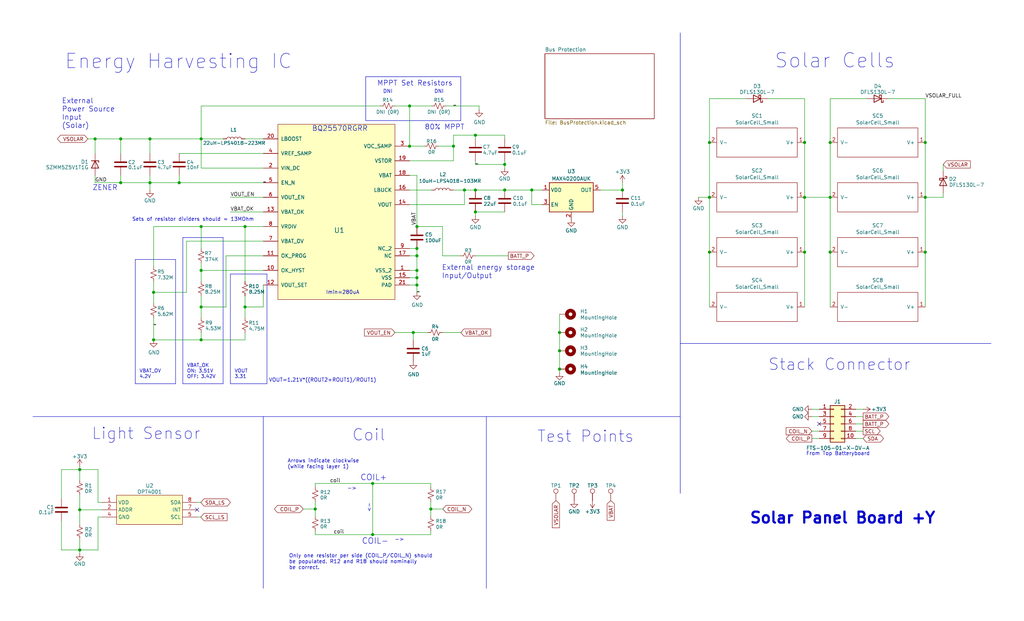
<source format=kicad_sch>
(kicad_sch (version 20230121) (generator eeschema)
  (paper "USLegal")
  (title_block (title "PyCubed Mini") (date "2023-06-18") (rev "Rev B3/03") (company "REx Lab Carnegie Mellon University") (comment 1 "Z.Manchester") (comment 2 "N.Khera") (comment 3 "M.Holliday"))
  (lib_symbols
    (symbol "Analog_Switch:MAX40200AUK"
      (property "Reference" "U" (at -6.35 6.35 0))
      (property "Value" "MAX40200AUK" (at 7.62 6.35 0))
      (symbol "MAX40200AUK_1_1"
        (rectangle (start -7.62 -5.08) (end 7.62 5.08) (stroke (width 0.254)) (fill (type background)))
        (pin power_in line (at -10.16 2.54 0) (length 2.54) (name "VDD") (number "1"))
        (pin power_in line (at 0 -7.62 90) (length 2.54) (name "GND") (number "2"))
        (pin input line (at -10.16 -2.54 0) (length 2.54) (name "EN") (number "3"))
        (pin no_connect line (at 7.62 -2.54 180) (length 2.54) hide (name "NC") (number "4"))
        (pin passive line (at 10.16 2.54 180) (length 2.54) (name "OUT") (number "5"))
      )
    )
    (symbol "Connector:TestPoint" (pin_numbers hide) (pin_names (offset 0.762) hide)
      (property "Reference" "TP" (at 0 6.858 0))
      (property "Value" "TestPoint" (at 0 5.08 0))
      (symbol "TestPoint_0_1"
        (circle (center 0 3.302) (radius 0.762))
      )
      (symbol "TestPoint_1_1"
        (pin passive line (at 0 0 90) (length 2.54) (name "1") (number "1"))
      )
    )
    (symbol "Connector_Generic:Conn_02x05_Odd_Even" (pin_names (offset 1.016) hide)
      (property "Reference" "J" (at 1.27 7.62 0))
      (property "Value" "Conn_02x05_Odd_Even" (at 1.27 -7.62 0))
      (symbol "Conn_02x05_Odd_Even_1_1"
        (rectangle (start -1.27 -4.953) (end 0 -5.207) (stroke (width 0.1524)))
        (rectangle (start -1.27 -2.413) (end 0 -2.667) (stroke (width 0.1524)))
        (rectangle (start -1.27 0.127) (end 0 -0.127) (stroke (width 0.1524)))
        (rectangle (start -1.27 2.667) (end 0 2.413) (stroke (width 0.1524)))
        (rectangle (start -1.27 5.207) (end 0 4.953) (stroke (width 0.1524)))
        (rectangle (start -1.27 6.35) (end 3.81 -6.35) (stroke (width 0.254)) (fill (type background)))
        (rectangle (start 3.81 -4.953) (end 2.54 -5.207) (stroke (width 0.1524)))
        (rectangle (start 3.81 -2.413) (end 2.54 -2.667) (stroke (width 0.1524)))
        (rectangle (start 3.81 0.127) (end 2.54 -0.127) (stroke (width 0.1524)))
        (rectangle (start 3.81 2.667) (end 2.54 2.413) (stroke (width 0.1524)))
        (rectangle (start 3.81 5.207) (end 2.54 4.953) (stroke (width 0.1524)))
        (pin passive line (at -5.08 5.08 0) (length 3.81) (name "Pin_1") (number "1"))
        (pin passive line (at 7.62 -5.08 180) (length 3.81) (name "Pin_10") (number "10"))
        (pin passive line (at 7.62 5.08 180) (length 3.81) (name "Pin_2") (number "2"))
        (pin passive line (at -5.08 2.54 0) (length 3.81) (name "Pin_3") (number "3"))
        (pin passive line (at 7.62 2.54 180) (length 3.81) (name "Pin_4") (number "4"))
        (pin passive line (at -5.08 0 0) (length 3.81) (name "Pin_5") (number "5"))
        (pin passive line (at 7.62 0 180) (length 3.81) (name "Pin_6") (number "6"))
        (pin passive line (at -5.08 -2.54 0) (length 3.81) (name "Pin_7") (number "7"))
        (pin passive line (at 7.62 -2.54 180) (length 3.81) (name "Pin_8") (number "8"))
        (pin passive line (at -5.08 -5.08 0) (length 3.81) (name "Pin_9") (number "9"))
      )
    )
    (symbol "Device:C" (pin_numbers hide) (pin_names (offset 0.254))
      (property "Reference" "C" (at 0.635 2.54 0))
      (property "Value" "C" (at 0.635 -2.54 0))
      (symbol "C_0_1"
        (polyline (pts (xy -2.032 -0.762) (xy 2.032 -0.762)) (stroke (width 0.508)))
        (polyline (pts (xy -2.032 0.762) (xy 2.032 0.762)) (stroke (width 0.508)))
      )
      (symbol "C_1_1"
        (pin passive line (at 0 3.81 270) (length 2.794) (name "~") (number "1"))
        (pin passive line (at 0 -3.81 90) (length 2.794) (name "~") (number "2"))
      )
    )
    (symbol "Device:D_Schottky" (pin_numbers hide) (pin_names (offset 1.016) hide)
      (property "Reference" "D" (at 0 2.54 0))
      (property "Value" "D_Schottky" (at 0 -2.54 0))
      (symbol "D_Schottky_0_1"
        (polyline (pts (xy 1.27 0) (xy -1.27 0)))
        (polyline (pts (xy 1.27 1.27) (xy 1.27 -1.27) (xy -1.27 0) (xy 1.27 1.27)) (stroke (width 0.254)))
        (polyline (pts (xy -1.905 0.635) (xy -1.905 1.27) (xy -1.27 1.27) (xy -1.27 -1.27) (xy -0.635 -1.27) (xy -0.635 -0.635)) (stroke (width 0.254)))
      )
      (symbol "D_Schottky_1_1"
        (pin passive line (at -3.81 0 0) (length 2.54) (name "K") (number "1"))
        (pin passive line (at 3.81 0 180) (length 2.54) (name "A") (number "2"))
      )
    )
    (symbol "Device:L" (pin_numbers hide) (pin_names (offset 1.016) hide)
      (property "Reference" "L" (at -1.27 0 90))
      (property "Value" "L" (at 1.905 0 90))
      (symbol "L_0_1"
        (arc (start 0 -2.54) (mid 0.6323 -1.905) (end 0 -1.27))
        (arc (start 0 -1.27) (mid 0.6323 -0.635) (end 0 0))
        (arc (start 0 0) (mid 0.6323 0.635) (end 0 1.27))
        (arc (start 0 1.27) (mid 0.6323 1.905) (end 0 2.54))
      )
      (symbol "L_1_1"
        (pin passive line (at 0 3.81 270) (length 1.27) (name "1") (number "1"))
        (pin passive line (at 0 -3.81 90) (length 1.27) (name "2") (number "2"))
      )
    )
    (symbol "Device:R_Small_US" (pin_numbers hide) (pin_names (offset 0.254) hide)
      (property "Reference" "R" (at 0.762 0.508 0))
      (property "Value" "R_Small_US" (at 0.762 -1.016 0))
      (symbol "R_Small_US_1_1"
        (polyline (pts (xy 0 0) (xy 1.016 -0.381) (xy 0 -0.762) (xy -1.016 -1.143) (xy 0 -1.524)))
        (polyline (pts (xy 0 1.524) (xy 1.016 1.143) (xy 0 0.762) (xy -1.016 0.381) (xy 0 0)))
        (pin passive line (at 0 2.54 270) (length 1.016) (name "~") (number "1"))
        (pin passive line (at 0 -2.54 90) (length 1.016) (name "~") (number "2"))
      )
    )
    (symbol "Diode:Z1SMAxxx" (pin_numbers hide) (pin_names hide)
      (property "Reference" "D" (at 0 2.54 0))
      (property "Value" "Z1SMAxxx" (at 0 -2.54 0))
      (symbol "Z1SMAxxx_0_1"
        (polyline (pts (xy 1.27 0) (xy -1.27 0)))
        (polyline (pts (xy -1.27 -1.27) (xy -1.27 1.27) (xy -0.762 1.27)) (stroke (width 0.254)))
        (polyline (pts (xy 1.27 -1.27) (xy 1.27 1.27) (xy -1.27 0) (xy 1.27 -1.27)) (stroke (width 0.254)))
      )
      (symbol "Z1SMAxxx_1_1"
        (pin passive line (at -3.81 0 0) (length 2.54) (name "K") (number "1"))
        (pin passive line (at 3.81 0 180) (length 2.54) (name "A") (number "2"))
      )
    )
    (symbol "Mechanical:MountingHole_Pad" (pin_numbers hide) (pin_names (offset 1.016) hide)
      (property "Reference" "H" (at 0 6.35 0))
      (property "Value" "MountingHole_Pad" (at 0 4.445 0))
      (symbol "MountingHole_Pad_0_1"
        (circle (center 0 1.27) (radius 1.27) (stroke (width 1.27)))
      )
      (symbol "MountingHole_Pad_1_1"
        (pin input line (at 0 -2.54 90) (length 2.54) (name "1") (number "1"))
      )
    )
    (symbol "power:+3V3" (power) (pin_names (offset 0))
      (property "Value" "+3V3" (at 0 3.556 0))
      (symbol "+3V3_0_1"
        (polyline (pts (xy -0.762 1.27) (xy 0 2.54)))
        (polyline (pts (xy 0 0) (xy 0 2.54)))
        (polyline (pts (xy 0 2.54) (xy 0.762 1.27)))
      )
      (symbol "+3V3_1_1"
        (pin power_in line (at 0 0 90) (length 0) hide (name "+3V3") (number "1"))
      )
    )
    (symbol "power:GND" (power) (pin_names (offset 0))
      (property "Value" "GND" (at 0 -3.81 0))
      (symbol "GND_0_1"
        (polyline (pts (xy 0 0) (xy 0 -1.27) (xy 1.27 -1.27) (xy 0 -2.54) (xy -1.27 -1.27) (xy 0 -1.27)))
      )
      (symbol "GND_1_1"
        (pin power_in line (at 0 0 270) (length 0) hide (name "GND") (number "1"))
      )
    )
    (symbol "solarpanels:BQ25570RGRR" (pin_names (offset 1.016))
      (property "Reference" "U" (at 0 3.81 0))
      (property "Value" "BQ25570RGRR" (at 0 0 0))
      (symbol "BQ25570RGRR_0_1"
        (rectangle (start -20.32 30.48) (end 20.32 -30.48) (fill (type background)))
      )
      (symbol "BQ25570RGRR_1_0"
        (pin power_in line (at 25.4 -20.32 180) (length 5.08) (name "VSS_2") (number "1"))
        (pin input line (at -25.4 -20.32 0) (length 5.08) (name "OK_HYST") (number "10"))
        (pin input line (at -25.4 -15.24 0) (length 5.08) (name "OK_PROG") (number "11"))
        (pin input line (at -25.4 -25.4 0) (length 5.08) (name "VOUT_SET") (number "12"))
        (pin output line (at -25.4 0 0) (length 5.08) (name "VBAT_OK") (number "13"))
        (pin power_in line (at 25.4 2.54 180) (length 5.08) (name "VOUT") (number "14"))
        (pin power_in line (at 25.4 -22.86 180) (length 5.08) (name "VSS") (number "15"))
        (pin passive line (at 25.4 7.62 180) (length 5.08) (name "LBUCK") (number "16"))
        (pin passive line (at 25.4 -15.24 180) (length 5.08) (name "NC") (number "17"))
        (pin bidirectional line (at 25.4 12.7 180) (length 5.08) (name "VBAT") (number "18"))
        (pin power_in line (at 25.4 17.78 180) (length 5.08) (name "VSTOR") (number "19"))
        (pin power_in line (at -25.4 15.24 0) (length 5.08) (name "VIN_DC") (number "2"))
        (pin input line (at -25.4 25.4 0) (length 5.08) (name "LBOOST") (number "20"))
        (pin power_in line (at 25.4 -25.4 180) (length 5.08) (name "PAD") (number "21"))
        (pin input line (at 25.4 22.86 180) (length 5.08) (name "VOC_SAMP") (number "3"))
        (pin input line (at -25.4 20.32 0) (length 5.08) (name "VREF_SAMP") (number "4"))
        (pin input line (at -25.4 10.16 0) (length 5.08) (name "EN_N") (number "5"))
        (pin input line (at -25.4 5.08 0) (length 5.08) (name "VOUT_EN") (number "6"))
        (pin input line (at -25.4 -10.16 0) (length 5.08) (name "VBAT_OV") (number "7"))
        (pin output line (at -25.4 -5.08 0) (length 5.08) (name "VRDIV") (number "8"))
        (pin power_in line (at 25.4 -12.7 180) (length 5.08) (name "NC_2") (number "9"))
      )
    )
    (symbol "solarpanels:OPT4001"
      (property "Reference" "U" (at 0 8.255 0))
      (property "Value" "OPT4001" (at 0 6.223 0))
      (symbol "OPT4001_0_0"
        (pin unspecified line (at -16.51 2.54 0) (length 5.08) (name "VDD") (number "1"))
        (pin unspecified line (at -16.51 0 0) (length 5.08) (name "ADDR") (number "2"))
      )
      (symbol "OPT4001_0_1"
        (polyline (pts (xy -11.43 5.08) (xy 11.43 5.08) (xy 11.43 -5.08) (xy -11.43 -5.08) (xy -11.43 5.08)) (stroke (width 0.1524)) (fill (type background)))
      )
      (symbol "OPT4001_1_0"
        (pin no_connect line (at 0 -10.16 90) (length 5.08) hide (name "NC") (number "3"))
        (pin unspecified line (at -16.51 -2.54 0) (length 5.08) (name "GND") (number "4"))
        (pin unspecified line (at 16.51 -2.54 180) (length 5.08) (name "SCL") (number "5"))
        (pin no_connect line (at 0 -10.16 90) (length 5.08) hide (name "NC") (number "6"))
        (pin unspecified line (at 16.51 0 180) (length 5.08) (name "INT") (number "7"))
        (pin unspecified line (at 16.51 2.54 180) (length 5.08) (name "SDA") (number "8"))
      )
    )
    (symbol "solarpanels:SolarCell_Small" (pin_names (offset 1.016))
      (property "Reference" "SC" (at 0 -1.27 0))
      (property "Value" "SolarCell_Small" (at 0 1.27 0))
      (symbol "SolarCell_Small_0_1"
        (rectangle (start -13.97 -5.08) (end 13.97 5.08))
      )
      (symbol "SolarCell_Small_1_1"
        (pin bidirectional line (at -16.51 0 0) (length 2.54) (name "V+") (number "1"))
        (pin bidirectional line (at 16.51 0 180) (length 2.54) (name "V-") (number "2"))
      )
    )
  )
  (junction (at 246.38 87.63))
  (junction (at 144.78 78.74))
  (junction (at 69.85 78.74))
  (junction (at 144.78 88.9))
  (junction (at 52.07 48.26))
  (junction (at 41.91 63.5))
  (junction (at 85.09 106.68))
  (junction (at 144.78 86.36))
  (junction (at 69.85 118.11))
  (junction (at 246.38 49.53))
  (junction (at 165.1 66.04))
  (junction (at 27.686 163.195))
  (junction (at 184.658 66.04))
  (junction (at 175.26 66.04))
  (junction (at 321.31 68.58))
  (junction (at 69.85 48.26))
  (junction (at 41.91 48.26))
  (junction (at 157.48 50.8))
  (junction (at 194.31 128.27))
  (junction (at 165.1 46.99))
  (junction (at 62.23 63.5))
  (junction (at 52.07 63.5))
  (junction (at 129.413 168.021))
  (junction (at 143.51 115.57))
  (junction (at 194.31 115.57))
  (junction (at 144.78 96.52))
  (junction (at 321.31 49.53))
  (junction (at 194.31 121.92))
  (junction (at 27.686 191.135))
  (junction (at 69.85 106.68))
  (junction (at 288.29 87.63))
  (junction (at 149.606 176.911))
  (junction (at 142.24 50.8))
  (junction (at 109.474 176.911))
  (junction (at 288.29 68.58))
  (junction (at 144.78 93.98))
  (junction (at 53.34 118.11))
  (junction (at 161.29 66.04))
  (junction (at 175.26 57.15))
  (junction (at 246.38 68.58))
  (junction (at 165.1 73.66))
  (junction (at 279.4 87.63))
  (junction (at 279.4 68.58))
  (junction (at 142.24 36.83))
  (junction (at 144.78 99.06))
  (junction (at 321.31 87.63))
  (junction (at 288.29 49.53))
  (junction (at 279.4 49.53))
  (junction (at 27.686 177.165))
  (junction (at 53.34 101.6))
  (junction (at 33.02 48.26))
  (junction (at 129.413 185.801))
  (junction (at 85.09 78.74))
  (junction (at 69.85 93.98))
  (junction (at 216.154 66.04))
  (no_connect (at 284.48 147.32))
  (no_connect (at 68.453 177.165))
  (wire (pts (xy 321.31 87.63) (xy 321.31 106.68)))
  (wire (pts (xy 281.94 152.4) (xy 284.48 152.4)))
  (wire (pts (xy 143.51 115.57) (xy 143.51 118.11)))
  (polyline (pts (xy 127 26.67) (xy 160.02 26.67)))
  (wire (pts (xy 149.606 184.531) (xy 149.606 185.801)))
  (wire (pts (xy 216.154 63.5) (xy 216.154 66.04)))
  (wire (pts (xy 41.91 48.26) (xy 52.07 48.26)))
  (wire (pts (xy 157.48 46.99) (xy 157.48 50.8)))
  (wire (pts (xy 188.214 71.12) (xy 184.658 71.12)))
  (wire (pts (xy 142.24 99.06) (xy 144.78 99.06)))
  (polyline (pts (xy 160.02 26.67) (xy 160.02 41.91)))
  (wire (pts (xy 80.01 68.58) (xy 91.44 68.58)))
  (wire (pts (xy 144.78 88.9) (xy 144.78 86.36)))
  (wire (pts (xy 299.72 144.78) (xy 297.18 144.78)))
  (wire (pts (xy 69.85 58.42) (xy 91.44 58.42)))
  (wire (pts (xy 41.91 48.26) (xy 41.91 53.34)))
  (wire (pts (xy 69.85 36.83) (xy 132.08 36.83)))
  (wire (pts (xy 53.34 110.49) (xy 53.34 118.11)))
  (polyline (pts (xy 236.22 11.43) (xy 236.22 171.45)))
  (wire (pts (xy 157.48 50.8) (xy 157.48 55.88)))
  (polyline (pts (xy 77.47 82.55) (xy 77.47 133.35)))
  (wire (pts (xy 161.29 71.12) (xy 161.29 66.04)))
  (polyline (pts (xy 92.71 133.35) (xy 80.01 133.35)))
  (wire (pts (xy 34.036 191.135) (xy 27.686 191.135)))
  (wire (pts (xy 27.686 163.195) (xy 21.336 163.195)))
  (wire (pts (xy 246.38 68.58) (xy 246.38 87.63)))
  (wire (pts (xy 64.77 83.82) (xy 91.44 83.82)))
  (wire (pts (xy 27.686 192.278) (xy 27.686 191.135)))
  (wire (pts (xy 91.44 53.34) (xy 62.23 53.34)))
  (wire (pts (xy 184.658 66.04) (xy 188.214 66.04)))
  (wire (pts (xy 153.67 78.74) (xy 144.78 78.74)))
  (wire (pts (xy 62.23 60.96) (xy 62.23 63.5)))
  (wire (pts (xy 157.48 46.99) (xy 165.1 46.99)))
  (wire (pts (xy 68.453 179.705) (xy 69.723 179.705)))
  (wire (pts (xy 109.474 168.021) (xy 129.413 168.021)))
  (wire (pts (xy 288.29 106.68) (xy 288.29 87.63)))
  (wire (pts (xy 91.44 106.68) (xy 91.44 99.06)))
  (wire (pts (xy 281.94 142.24) (xy 284.48 142.24)))
  (polyline (pts (xy 80.01 133.35) (xy 80.01 95.25)))
  (polyline (pts (xy 60.96 90.17) (xy 60.96 133.35)))
  (wire (pts (xy 299.72 149.86) (xy 297.18 149.86)))
  (wire (pts (xy 69.85 91.44) (xy 69.85 93.98)))
  (wire (pts (xy 142.24 88.9) (xy 144.78 88.9)))
  (wire (pts (xy 27.686 177.165) (xy 27.686 182.245)))
  (wire (pts (xy 64.77 101.6) (xy 64.77 83.82)))
  (wire (pts (xy 34.036 174.625) (xy 35.433 174.625)))
  (wire (pts (xy 69.85 78.74) (xy 69.85 86.36)))
  (polyline (pts (xy 46.99 90.17) (xy 60.96 90.17)))
  (wire (pts (xy 69.85 93.98) (xy 69.85 97.79)))
  (wire (pts (xy 69.85 48.26) (xy 69.85 58.42)))
  (polyline (pts (xy 168.91 144.78) (xy 168.91 204.47)))
  (wire (pts (xy 175.26 66.04) (xy 184.658 66.04)))
  (wire (pts (xy 109.474 174.371) (xy 109.474 176.911)))
  (wire (pts (xy 194.31 121.92) (xy 194.31 128.27)))
  (wire (pts (xy 144.78 96.52) (xy 144.78 93.98)))
  (wire (pts (xy 149.606 174.371) (xy 149.606 176.911)))
  (wire (pts (xy 321.31 49.53) (xy 321.31 68.58)))
  (wire (pts (xy 34.036 163.195) (xy 34.036 174.625)))
  (wire (pts (xy 142.24 71.12) (xy 161.29 71.12)))
  (wire (pts (xy 279.4 34.29) (xy 279.4 49.53)))
  (wire (pts (xy 85.09 48.26) (xy 91.44 48.26)))
  (wire (pts (xy 142.24 50.8) (xy 142.24 36.83)))
  (wire (pts (xy 281.94 149.86) (xy 284.48 149.86)))
  (wire (pts (xy 321.31 68.58) (xy 327.533 68.58)))
  (wire (pts (xy 62.23 63.5) (xy 91.44 63.5)))
  (wire (pts (xy 69.85 118.11) (xy 85.09 118.11)))
  (wire (pts (xy 53.34 101.6) (xy 64.77 101.6)))
  (wire (pts (xy 165.1 73.66) (xy 175.26 73.66)))
  (wire (pts (xy 21.336 191.135) (xy 27.686 191.135)))
  (wire (pts (xy 69.85 106.68) (xy 69.85 110.49)))
  (wire (pts (xy 165.1 55.88) (xy 165.1 57.15)))
  (wire (pts (xy 129.413 168.021) (xy 129.413 185.801)))
  (wire (pts (xy 91.44 78.74) (xy 85.09 78.74)))
  (wire (pts (xy 153.67 115.57) (xy 160.02 115.57)))
  (wire (pts (xy 327.533 57.15) (xy 327.533 59.436)))
  (wire (pts (xy 165.1 88.9) (xy 176.53 88.9)))
  (wire (pts (xy 288.29 68.58) (xy 288.29 49.53)))
  (wire (pts (xy 157.48 66.04) (xy 161.29 66.04)))
  (polyline (pts (xy 160.02 41.91) (xy 127 41.91)))
  (wire (pts (xy 144.78 93.98) (xy 144.78 88.9)))
  (wire (pts (xy 27.686 187.325) (xy 27.686 191.135)))
  (wire (pts (xy 34.036 163.195) (xy 27.686 163.195)))
  (wire (pts (xy 21.336 163.195) (xy 21.336 173.355)))
  (wire (pts (xy 142.24 50.8) (xy 147.32 50.8)))
  (wire (pts (xy 288.29 34.29) (xy 288.29 49.53)))
  (wire (pts (xy 144.78 60.96) (xy 142.24 60.96)))
  (wire (pts (xy 69.85 48.26) (xy 77.47 48.26)))
  (wire (pts (xy 246.38 49.53) (xy 246.38 68.58)))
  (wire (pts (xy 33.02 60.96) (xy 33.02 63.5)))
  (wire (pts (xy 165.1 46.99) (xy 175.26 46.99)))
  (wire (pts (xy 321.31 34.29) (xy 321.31 49.53)))
  (wire (pts (xy 33.02 48.26) (xy 33.02 53.34)))
  (wire (pts (xy 30.48 48.26) (xy 33.02 48.26)))
  (polyline (pts (xy 92.71 95.25) (xy 92.71 133.35)))
  (wire (pts (xy 161.29 66.04) (xy 165.1 66.04)))
  (wire (pts (xy 165.1 57.15) (xy 175.26 57.15)))
  (wire (pts (xy 68.453 174.625) (xy 69.723 174.625)))
  (wire (pts (xy 41.91 60.96) (xy 41.91 63.5)))
  (wire (pts (xy 166.37 36.83) (xy 166.37 38.1)))
  (wire (pts (xy 153.67 88.9) (xy 160.02 88.9)))
  (wire (pts (xy 175.26 55.88) (xy 175.26 57.15)))
  (wire (pts (xy 300.99 34.29) (xy 288.29 34.29)))
  (wire (pts (xy 69.85 106.68) (xy 78.486 106.68)))
  (wire (pts (xy 154.94 36.83) (xy 166.37 36.83)))
  (wire (pts (xy 246.38 68.58) (xy 242.57 68.58)))
  (wire (pts (xy 194.31 129.54) (xy 194.31 128.27)))
  (wire (pts (xy 259.08 34.29) (xy 246.38 34.29)))
  (wire (pts (xy 321.31 68.58) (xy 321.31 87.63)))
  (wire (pts (xy 52.07 63.5) (xy 52.07 66.04)))
  (wire (pts (xy 34.036 179.705) (xy 35.433 179.705)))
  (wire (pts (xy 78.486 106.68) (xy 78.486 88.9)))
  (wire (pts (xy 69.85 102.87) (xy 69.85 106.68)))
  (wire (pts (xy 279.4 87.63) (xy 279.4 106.68)))
  (wire (pts (xy 129.413 168.021) (xy 149.606 168.021)))
  (polyline (pts (xy 63.5 133.35) (xy 63.5 82.55)))
  (wire (pts (xy 297.18 142.24) (xy 299.72 142.24)))
  (wire (pts (xy 80.01 73.66) (xy 91.44 73.66)))
  (wire (pts (xy 149.606 168.021) (xy 149.606 169.291)))
  (wire (pts (xy 85.09 106.68) (xy 91.44 106.68)))
  (wire (pts (xy 142.24 66.04) (xy 149.86 66.04)))
  (wire (pts (xy 175.26 48.26) (xy 175.26 46.99)))
  (wire (pts (xy 34.036 179.705) (xy 34.036 191.135)))
  (wire (pts (xy 137.16 115.57) (xy 143.51 115.57)))
  (polyline (pts (xy 46.99 133.35) (xy 46.99 90.17)))
  (wire (pts (xy 246.38 87.63) (xy 246.38 106.68)))
  (wire (pts (xy 142.24 96.52) (xy 144.78 96.52)))
  (wire (pts (xy 153.67 88.9) (xy 153.67 78.74)))
  (wire (pts (xy 142.24 36.83) (xy 149.86 36.83)))
  (wire (pts (xy 157.48 55.88) (xy 142.24 55.88)))
  (wire (pts (xy 27.686 177.165) (xy 35.433 177.165)))
  (wire (pts (xy 152.4 50.8) (xy 157.48 50.8)))
  (wire (pts (xy 137.16 36.83) (xy 142.24 36.83)))
  (wire (pts (xy 109.474 168.021) (xy 109.474 169.291)))
  (wire (pts (xy 85.09 115.57) (xy 85.09 118.11)))
  (polyline (pts (xy 236.22 119.38) (xy 344.17 119.38)))
  (wire (pts (xy 194.31 109.22) (xy 194.31 115.57)))
  (wire (pts (xy 33.02 63.5) (xy 41.91 63.5)))
  (wire (pts (xy 109.474 184.531) (xy 109.474 185.801)))
  (wire (pts (xy 143.51 115.57) (xy 148.59 115.57)))
  (wire (pts (xy 142.24 93.98) (xy 144.78 93.98)))
  (wire (pts (xy 266.7 34.29) (xy 279.4 34.29)))
  (wire (pts (xy 246.38 34.29) (xy 246.38 49.53)))
  (wire (pts (xy 175.26 58.42) (xy 175.26 57.15)))
  (wire (pts (xy 52.07 53.34) (xy 52.07 48.26)))
  (wire (pts (xy 216.154 73.66) (xy 216.154 75.057)))
  (polyline (pts (xy 91.44 144.78) (xy 91.44 204.47)))
  (wire (pts (xy 53.34 101.6) (xy 53.34 105.41)))
  (wire (pts (xy 27.686 163.195) (xy 27.686 162.179)))
  (polyline (pts (xy 63.5 82.55) (xy 77.47 82.55)))
  (wire (pts (xy 129.413 185.801) (xy 149.606 185.801)))
  (wire (pts (xy 69.85 78.74) (xy 53.34 78.74)))
  (wire (pts (xy 52.07 60.96) (xy 52.07 63.5)))
  (wire (pts (xy 288.29 68.58) (xy 279.4 68.58)))
  (wire (pts (xy 299.72 147.32) (xy 297.18 147.32)))
  (wire (pts (xy 165.1 73.66) (xy 165.1 75.057)))
  (wire (pts (xy 53.34 78.74) (xy 53.34 92.71)))
  (wire (pts (xy 194.31 115.57) (xy 194.31 121.92)))
  (wire (pts (xy 144.78 99.06) (xy 144.78 96.52)))
  (wire (pts (xy 144.78 78.74) (xy 144.78 60.96)))
  (wire (pts (xy 149.606 176.911) (xy 149.606 179.451)))
  (wire (pts (xy 53.34 97.79) (xy 53.34 101.6)))
  (wire (pts (xy 85.09 106.68) (xy 85.09 110.49)))
  (wire (pts (xy 85.09 78.74) (xy 85.09 97.79)))
  (wire (pts (xy 78.486 88.9) (xy 91.44 88.9)))
  (wire (pts (xy 165.1 48.26) (xy 165.1 46.99)))
  (wire (pts (xy 299.72 152.4) (xy 297.18 152.4)))
  (wire (pts (xy 41.91 63.5) (xy 52.07 63.5)))
  (wire (pts (xy 109.474 176.911) (xy 109.474 179.451)))
  (wire (pts (xy 27.686 172.085) (xy 27.686 177.165)))
  (wire (pts (xy 208.534 66.04) (xy 216.154 66.04)))
  (polyline (pts (xy 77.47 133.35) (xy 63.5 133.35)))
  (wire (pts (xy 279.4 68.58) (xy 279.4 87.63)))
  (wire (pts (xy 144.78 101.6) (xy 144.78 99.06)))
  (wire (pts (xy 21.336 180.975) (xy 21.336 191.135)))
  (wire (pts (xy 85.09 78.74) (xy 69.85 78.74)))
  (wire (pts (xy 308.61 34.29) (xy 321.31 34.29)))
  (wire (pts (xy 33.02 48.26) (xy 41.91 48.26)))
  (wire (pts (xy 165.1 66.04) (xy 175.26 66.04)))
  (wire (pts (xy 184.658 66.04) (xy 184.658 71.12)))
  (wire (pts (xy 279.4 49.53) (xy 279.4 68.58)))
  (polyline (pts (xy 127 41.91) (xy 127 26.67)))
  (wire (pts (xy 69.85 36.83) (xy 69.85 48.26)))
  (wire (pts (xy 85.09 102.87) (xy 85.09 106.68)))
  (wire (pts (xy 109.474 185.801) (xy 129.413 185.801)))
  (wire (pts (xy 149.606 176.911) (xy 153.797 176.911)))
  (wire (pts (xy 288.29 87.63) (xy 288.29 68.58)))
  (wire (pts (xy 327.533 68.58) (xy 327.533 67.056)))
  (wire (pts (xy 69.85 115.57) (xy 69.85 118.11)))
  (wire (pts (xy 53.34 118.11) (xy 69.85 118.11)))
  (wire (pts (xy 144.78 86.36) (xy 142.24 86.36)))
  (polyline (pts (xy 11.43 144.78) (xy 236.22 144.78)))
  (polyline (pts (xy 80.01 95.25) (xy 92.71 95.25)))
  (wire (pts (xy 52.07 48.26) (xy 69.85 48.26)))
  (wire (pts (xy 105.283 176.911) (xy 109.474 176.911)))
  (wire (pts (xy 281.94 144.78) (xy 284.48 144.78)))
  (polyline (pts (xy 60.96 133.35) (xy 46.99 133.35)))
  (wire (pts (xy 69.85 93.98) (xy 91.44 93.98)))
  (wire (pts (xy 52.07 63.5) (xy 62.23 63.5)))
  (wire (pts (xy 27.686 163.195) (xy 27.686 167.005)))
  (text "VBAT_OK\nON: 3.51V\nOFF: 3.42V" (at 64.897 131.699 0) (effects (font (size 1.2 1.2)) (justify left bottom)))
  (text "Only one resistor per side (COIL_P/COIL_N) should \nbe populated. R12 and R18 should nominally \nbe correct." (at 100.33 198.12 0) (effects (font (size 1.27 1.27)) (justify left bottom)))
  (text "COIL-\n" (at 125.603 189.357 0) (effects (font (size 2.0066 2.0066)) (justify left bottom)))
  (text "->" (at 120.523 170.561 0) (effects (font (size 1.27 1.27)) (justify left bottom)))
  (text "Coil" (at 122.174 153.67 0) (effects (font (size 3.9878 3.9878)) (justify left bottom)))
  (text "Stack Connector" (at 266.7 129.159 0) (effects (font (size 3.9878 3.9878)) (justify left bottom)))
  (text "Light Sensor\n" (at 31.75 153.162 0) (effects (font (size 3.9878 3.9878)) (justify left bottom)))
  (text "From Top Batteryboard" (at 279.908 158.496 0) (effects (font (size 1.27 1.27)) (justify left bottom)))
  (text "80% MPPT " (at 147.447 45.339 0) (effects (font (size 1.778 1.778)) (justify left bottom)))
  (text "VOUT=1.21V*((ROUT2+ROUT1)/ROUT1)" (at 93.345 132.969 0) (effects (font (size 1.27 1.27)) (justify left bottom)))
  (text "<-" (at 128.905 178.181 90) (effects (font (size 1.27 1.27)) (justify left bottom)))
  (text "MPPT Set Resistors " (at 130.937 30.099 0) (effects (font (size 1.778 1.778)) (justify left bottom)))
  (text "Imin=280uA" (at 113.157 102.489 0) (effects (font (size 1.27 1.27)) (justify left bottom)))
  (text "External\nPower Source\nInput\n(Solar)" (at 21.463 44.831 0) (effects (font (size 1.778 1.778)) (justify left bottom)))
  (text "BQ25570RGRR" (at 108.331 45.847 0) (effects (font (size 1.778 1.778)) (justify left bottom)))
  (text "Test Points" (at 186.436 154.178 0) (effects (font (size 3.9878 3.9878)) (justify left bottom)))
  (text "Energy Harvesting IC" (at 22.352 24.384 0) (effects (font (size 5 5)) (justify left bottom)))
  (text "->" (at 137.033 188.341 0) (effects (font (size 1.27 1.27)) (justify left bottom)))
  (text "Arrows indicate clockwise\n(while facing layer 1)" (at 99.822 163.068 0) (effects (font (size 1.27 1.27)) (justify left bottom)))
  (text "Solar Panel Board +Y" (at 260.096 182.372 0) (effects (font (size 3.81 3.81) (thickness 0.762) bold) (justify left bottom)))
  (text "DNI" (at 150.749 32.639 0) (effects (font (size 1.27 1.27)) (justify left bottom)))
  (text "DNI" (at 132.969 32.639 0) (effects (font (size 1.27 1.27)) (justify left bottom)))
  (text "VBAT_OV\n4.2V" (at 48.387 131.699 0) (effects (font (size 1.2 1.2)) (justify left bottom)))
  (text "External energy storage\nInput/Output" (at 153.416 97.028 0) (effects (font (size 1.778 1.778)) (justify left bottom)))
  (text "COIL+\n" (at 125.095 167.259 0) (effects (font (size 2.0066 2.0066)) (justify left bottom)))
  (text "VOUT\n3.31" (at 81.407 131.699 0) (effects (font (size 1.2 1.2)) (justify left bottom)))
  (text "ZENER" (at 32.131 66.421 0) (effects (font (size 1.778 1.778)) (justify left bottom)))
  (text "Sets of resistor dividers should = 13MOhm" (at 45.847 77.089 0) (effects (font (size 1.27 1.27)) (justify left bottom)))
  (text "Solar Cells" (at 268.859 24.13 0) (effects (font (size 5 5)) (justify left bottom)))
  (label "GND" (at 33.02 63.5 0))
  (label "GND" (at 165.1 57.15 0) (effects (font (size 0.254 0.254))))
  (label "VBAT" (at 144.78 73.66 270))
  (label "VSOLAR_FULL" (at 321.31 34.29 0))
  (label "VOUT_EN" (at 80.01 68.58 0))
  (label "GND" (at 157.48 36.83 0) (effects (font (size 0.254 0.254))))
  (label "coil" (at 115.824 185.801 0))
  (label "GND" (at 53.34 113.03 0) (effects (font (size 0.254 0.254))))
  (label "GND" (at 91.44 63.5 0) (effects (font (size 0.254 0.254))))
  (label "GND" (at 144.78 101.6 0) (effects (font (size 0.254 0.254))))
  (label "coil" (at 114.554 168.021 0))
  (label "VBAT_OK" (at 80.01 73.66 0))
  (global_label "SCL_LS" (shape input) (at 69.723 179.705 0) (property "Intersheetrefs" "${INTERSHEET_REFS}" (effects hide)))
  (global_label "BATT_P" (shape output) (at 299.72 144.78 0) (property "Intersheetrefs" "${INTERSHEET_REFS}" (effects hide)))
  (global_label "COIL_P" (shape output) (at 281.94 152.4 180) (property "Intersheetrefs" "${INTERSHEET_REFS}" (effects hide)))
  (global_label "COIL_P" (shape bidirectional) (at 105.283 176.911 180) (property "Intersheetrefs" "${INTERSHEET_REFS}" (effects hide)))
  (global_label "BATT_P" (shape output) (at 176.53 88.9 0) (property "Intersheetrefs" "${INTERSHEET_REFS}" (effects hide)))
  (global_label "BATT_P" (shape output) (at 299.72 147.32 0) (property "Intersheetrefs" "${INTERSHEET_REFS}" (effects hide)))
  (global_label "COIL_N" (shape input) (at 281.94 149.86 180) (property "Intersheetrefs" "${INTERSHEET_REFS}" (effects hide)))
  (global_label "VSOLAR" (shape input) (at 193.04 173.99 270) (property "Intersheetrefs" "${INTERSHEET_REFS}" (effects hide)))
  (global_label "VSOLAR" (shape bidirectional) (at 30.48 48.26 180) (property "Intersheetrefs" "${INTERSHEET_REFS}" (effects hide)))
  (global_label "VBAT" (shape input) (at 212.09 173.99 270) (property "Intersheetrefs" "${INTERSHEET_REFS}" (effects hide)))
  (global_label "VBAT_OK" (shape input) (at 160.02 115.57 0) (property "Intersheetrefs" "${INTERSHEET_REFS}" (effects hide)))
  (global_label "VSOLAR" (shape input) (at 327.533 57.15 0) (property "Intersheetrefs" "${INTERSHEET_REFS}" (effects hide)))
  (global_label "COIL_N" (shape bidirectional) (at 153.797 176.911 0) (property "Intersheetrefs" "${INTERSHEET_REFS}" (effects hide)))
  (global_label "SCL" (shape output) (at 299.72 149.86 0) (property "Intersheetrefs" "${INTERSHEET_REFS}" (effects hide)))
  (global_label "SDA_LS" (shape bidirectional) (at 69.723 174.625 0) (property "Intersheetrefs" "${INTERSHEET_REFS}" (effects hide)))
  (global_label "VOUT_EN" (shape input) (at 137.16 115.57 180) (property "Intersheetrefs" "${INTERSHEET_REFS}" (effects hide)))
  (global_label "SDA" (shape bidirectional) (at 299.72 152.4 0) (property "Intersheetrefs" "${INTERSHEET_REFS}" (effects hide)))
  (symbol (lib_id "solarpanels:SolarCell_Small") (at 304.8 106.68 0) (mirror y) (unit 1)
    (property "Reference" "SC8" (at 304.8 97.409 0))
    (property "Value" "SolarCell_Small" (at 304.8 99.7204 0))
    (property "Footprint" "solarpanels:KXOB25-05X3F" (effects hide))
  )
  (symbol (lib_id "solarpanels:SolarCell_Small") (at 262.89 68.58 0) (mirror y) (unit 1)
    (property "Reference" "SC2" (at 262.89 59.309 0))
    (property "Value" "SolarCell_Small" (at 262.89 61.6204 0))
    (property "Footprint" "solarpanels:KXOB25-05X3F" (effects hide))
  )
  (symbol (lib_id "solarpanels:SolarCell_Small") (at 262.89 87.63 0) (mirror y) (unit 1)
    (property "Reference" "SC3" (at 262.89 78.359 0))
    (property "Value" "SolarCell_Small" (at 262.89 80.6704 0))
    (property "Footprint" "solarpanels:KXOB25-05X3F" (effects hide))
  )
  (symbol (lib_id "solarpanels:SolarCell_Small") (at 262.89 106.68 0) (mirror y) (unit 1)
    (property "Reference" "SC4" (at 262.89 97.409 0))
    (property "Value" "SolarCell_Small" (at 262.89 99.7204 0))
    (property "Footprint" "solarpanels:KXOB25-05X3F" (effects hide))
  )
  (symbol (lib_id "Device:C") (at 21.336 177.165 0) (unit 1)
    (property "Reference" "C1" (at 16.129 176.276 0) (effects (justify left)))
    (property "Value" "0.1uF" (at 13.335 178.054 0) (effects (justify left)))
    (property "Footprint" "Capacitor_SMD:C_0402_1005Metric" (effects hide))
  )
  (symbol (lib_id "Device:R_Small_US") (at 27.686 184.785 0) (unit 1)
    (property "Reference" "R2" (at 29.337 184.023 0) (effects (justify left)))
    (property "Value" "0R" (at 29.337 185.928 0) (effects (justify left)))
    (property "Footprint" "Resistor_SMD:R_0402_1005Metric" (effects hide))
  )
  (symbol (lib_id "Device:R_Small_US") (at 27.686 169.545 0) (unit 1)
    (property "Reference" "R1" (at 29.337 168.783 0) (effects (justify left)))
    (property "Value" "0R" (at 29.337 170.688 0) (effects (justify left)))
    (property "Footprint" "Resistor_SMD:R_0402_1005Metric" (effects hide))
  )
  (symbol (lib_id "power:GND") (at 27.686 192.278 0) (unit 1)
    (property "Reference" "#PWR0105" (effects hide))
    (property "Value" "GND" (at 27.686 195.961 0))
  )
  (symbol (lib_id "Device:R_Small_US") (at 109.474 171.831 0) (unit 1)
    (property "Reference" "R12" (at 111.125 171.069 0) (effects (font (size 1.2 1.2)) (justify left)))
    (property "Value" "0R" (at 111.125 172.974 0) (effects (font (size 1.2 1.2)) (justify left)))
    (property "Footprint" "Resistor_SMD:R_0603_1608Metric" (effects hide))
  )
  (symbol (lib_id "Device:R_Small_US") (at 109.474 181.991 0) (unit 1)
    (property "Reference" "R13" (at 111.125 181.102 0) (effects (font (size 1.2 1.2)) (justify left)))
    (property "Value" "0R" (at 111.125 183.007 0) (effects (font (size 1.2 1.2)) (justify left)))
    (property "Footprint" "Resistor_SMD:R_0603_1608Metric" (effects hide))
  )
  (symbol (lib_id "Device:R_Small_US") (at 149.606 171.831 0) (unit 1)
    (property "Reference" "R17" (at 151.257 170.942 0) (effects (font (size 1.2 1.2)) (justify left)))
    (property "Value" "0R" (at 151.257 172.974 0) (effects (font (size 1.2 1.2)) (justify left)))
    (property "Footprint" "Resistor_SMD:R_0603_1608Metric" (effects hide))
  )
  (symbol (lib_id "Device:R_Small_US") (at 149.606 181.991 0) (unit 1)
    (property "Reference" "R18" (at 151.257 181.102 0) (effects (font (size 1.2 1.2)) (justify left)))
    (property "Value" "0R" (at 151.3078 183.1594 0) (effects (font (size 1.2 1.2)) (justify left)))
    (property "Footprint" "Resistor_SMD:R_0603_1608Metric" (effects hide))
  )
  (symbol (lib_id "Connector:TestPoint") (at 199.39 173.99 0) (unit 1) (in_bom no)
    (property "Reference" "TP2" (at 197.612 168.783 0) (effects (justify left)))
    (property "Value" "TP" (effects hide))
    (property "Footprint" "TestPoint:TestPoint_THTPad_D1.0mm_Drill0.5mm" (effects hide))
  )
  (symbol (lib_id "Connector:TestPoint") (at 205.74 173.99 0) (unit 1) (in_bom no)
    (property "Reference" "TP3" (at 203.962 168.783 0) (effects (justify left)))
    (property "Value" "TP" (effects hide))
    (property "Footprint" "TestPoint:TestPoint_THTPad_D1.0mm_Drill0.5mm" (effects hide))
  )
  (symbol (lib_id "Connector:TestPoint") (at 212.09 173.99 0) (unit 1) (in_bom no)
    (property "Reference" "TP4" (at 210.312 168.783 0) (effects (justify left)))
    (property "Value" "TP" (effects hide))
    (property "Footprint" "TestPoint:TestPoint_THTPad_D1.0mm_Drill0.5mm" (effects hide))
  )
  (symbol (lib_id "power:GND") (at 199.39 173.99 0) (unit 1)
    (property "Reference" "#PWR04" (effects hide))
    (property "Value" "GND" (at 199.39 177.8 0))
  )
  (symbol (lib_id "Connector:TestPoint") (at 193.04 173.99 0) (unit 1) (in_bom no)
    (property "Reference" "TP1" (at 191.262 168.783 0) (effects (justify left)))
    (property "Value" "TP" (effects hide))
    (property "Footprint" "TestPoint:TestPoint_THTPad_D1.0mm_Drill0.5mm" (effects hide))
  )
  (symbol (lib_id "power:GND") (at 242.57 68.58 0) (mirror y) (unit 1)
    (property "Reference" "#PWR012" (effects hide))
    (property "Value" "GND" (at 242.57 72.39 0))
  )
  (symbol (lib_id "solarpanels:SolarCell_Small") (at 304.8 49.53 0) (mirror y) (unit 1)
    (property "Reference" "SC5" (at 304.8 40.259 0))
    (property "Value" "SolarCell_Small" (at 304.8 42.5704 0))
    (property "Footprint" "solarpanels:KXOB25-05X3F" (effects hide))
  )
  (symbol (lib_id "solarpanels:SolarCell_Small") (at 304.8 68.58 0) (mirror y) (unit 1)
    (property "Reference" "SC6" (at 304.8 59.309 0))
    (property "Value" "SolarCell_Small" (at 304.8 61.6204 0))
    (property "Footprint" "solarpanels:KXOB25-05X3F" (effects hide))
  )
  (symbol (lib_id "solarpanels:SolarCell_Small") (at 262.89 49.53 0) (mirror y) (unit 1)
    (property "Reference" "SC1" (at 262.89 40.259 0))
    (property "Value" "SolarCell_Small" (at 262.89 42.5704 0))
    (property "Footprint" "solarpanels:KXOB25-05X3F" (effects hide))
  )
  (symbol (lib_id "solarpanels:SolarCell_Small") (at 304.8 87.63 0) (mirror y) (unit 1)
    (property "Reference" "SC7" (at 304.8 78.359 0))
    (property "Value" "SolarCell_Small" (at 304.8 80.6704 0))
    (property "Footprint" "solarpanels:KXOB25-05X3F" (effects hide))
  )
  (symbol (lib_id "power:GND") (at 144.78 101.6 0) (unit 1)
    (property "Reference" "#PWR07" (effects hide))
    (property "Value" "GND" (at 144.907 105.9942 0))
  )
  (symbol (lib_id "power:GND") (at 53.34 118.11 0) (unit 1)
    (property "Reference" "#PWR06" (effects hide))
    (property "Value" "GND" (at 53.467 122.5042 0))
  )
  (symbol (lib_id "power:GND") (at 52.07 66.04 0) (unit 1)
    (property "Reference" "#PWR05" (effects hide))
    (property "Value" "GND" (at 52.07 69.723 0))
  )
  (symbol (lib_id "power:GND") (at 166.37 38.1 0) (unit 1)
    (property "Reference" "#PWR09" (effects hide))
    (property "Value" "GND" (at 166.497 42.4942 0))
  )
  (symbol (lib_id "power:GND") (at 165.1 75.057 0) (unit 1)
    (property "Reference" "#PWR08" (effects hide))
    (property "Value" "GND" (at 165.1 78.994 0))
  )
  (symbol (lib_id "power:GND") (at 175.26 58.42 0) (unit 1)
    (property "Reference" "#PWR010" (effects hide))
    (property "Value" "GND" (at 175.26 62.103 0))
  )
  (symbol (lib_id "power:GND") (at 143.51 125.73 0) (unit 1)
    (property "Reference" "#PWR01" (effects hide))
    (property "Value" "GND" (at 143.637 130.1242 0))
  )
  (symbol (lib_id "Device:C") (at 52.07 57.15 0) (unit 1)
    (property "Reference" "C3" (at 54.61 56.388 0) (effects (font (size 1.2 1.2)) (justify left)))
    (property "Value" "4.7uF" (at 54.61 58.166 0) (effects (font (size 1.2 1.2)) (justify left)))
    (property "Footprint" "Capacitor_SMD:C_0603_1608Metric" (effects hide))
  )
  (symbol (lib_id "Device:C") (at 175.26 69.85 0) (unit 1)
    (property "Reference" "C10" (at 178.054 68.834 0) (effects (font (size 1.2 1.2)) (justify left)))
    (property "Value" "0.1uF" (at 178.054 70.866 0) (effects (font (size 1.2 1.2)) (justify left)))
    (property "Footprint" "Capacitor_SMD:C_0603_1608Metric" (effects hide))
  )
  (symbol (lib_id "Device:C") (at 62.23 57.15 0) (unit 1)
    (property "Reference" "C4" (at 64.77 56.388 0) (effects (font (size 1.2 1.2)) (justify left)))
    (property "Value" "10nF" (at 64.77 58.166 0) (effects (font (size 1.2 1.2)) (justify left)))
    (property "Footprint" "Capacitor_SMD:C_0603_1608Metric" (effects hide))
  )
  (symbol (lib_id "Device:C") (at 165.1 69.85 0) (unit 1)
    (property "Reference" "C8" (at 167.894 68.834 0) (effects (font (size 1.2 1.2)) (justify left)))
    (property "Value" "22uF" (at 167.894 70.866 0) (effects (font (size 1.2 1.2)) (justify left)))
    (property "Footprint" "Capacitor_SMD:C_0603_1608Metric" (effects hide))
  )
  (symbol (lib_id "solarpanels:BQ25570RGRR") (at 116.84 73.66 0) (unit 1)
    (property "Reference" "U1" (at 115.9256 81.0514 0) (effects (font (size 1.7526 1.7526)) (justify left bottom)))
    (property "Value" "BQ25570RGRR" (effects hide))
    (property "Footprint" "solarpanels:QFN50P350X350X100-21N-D" (effects hide))
  )
  (symbol (lib_id "Device:C") (at 216.154 69.85 0) (unit 1)
    (property "Reference" "C11" (at 218.948 68.834 0) (effects (font (size 1.2 1.2)) (justify left)))
    (property "Value" "0.1uF" (at 218.948 70.866 0) (effects (font (size 1.2 1.2)) (justify left)))
    (property "Footprint" "Capacitor_SMD:C_0603_1608Metric" (effects hide))
  )
  (symbol (lib_id "Device:R_Small_US") (at 162.56 88.9 270) (unit 1)
    (property "Reference" "R3" (at 162.56 87.757 90) (effects (font (size 1.2 1.2)) (justify bottom)))
    (property "Value" "0R" (at 162.56 90.297 90) (effects (font (size 1.2 1.2)) (justify top)))
    (property "Footprint" "Resistor_SMD:R_0603_1608Metric" (effects hide))
  )
  (symbol (lib_id "Device:C") (at 144.78 82.55 0) (unit 1)
    (property "Reference" "C5" (at 147.574 81.534 0) (effects (font (size 1.2 1.2)) (justify left)))
    (property "Value" "100uF" (at 147.574 83.566 0) (effects (font (size 1.2 1.2)) (justify left)))
    (property "Footprint" "Capacitor_SMD:C_0805_2012Metric" (effects hide))
  )
  (symbol (lib_id "Device:R_Small_US") (at 149.86 50.8 270) (unit 1)
    (property "Reference" "R16" (at 149.86 49.784 90) (effects (font (size 1.2 1.2)) (justify bottom)))
    (property "Value" "0R" (at 149.86 52.197 90) (effects (font (size 1.2 1.2)) (justify top)))
    (property "Footprint" "Resistor_SMD:R_0603_1608Metric" (effects hide))
  )
  (symbol (lib_id "Device:C") (at 165.1 52.07 0) (unit 1)
    (property "Reference" "C7" (at 167.64 51.054 0) (effects (font (size 1.2 1.2)) (justify left)))
    (property "Value" "4.7uF" (at 167.64 53.086 0) (effects (font (size 1.2 1.2)) (justify left)))
    (property "Footprint" "Capacitor_SMD:C_0603_1608Metric" (effects hide))
  )
  (symbol (lib_id "Device:C") (at 175.26 52.07 0) (unit 1)
    (property "Reference" "C9" (at 177.8 51.054 0) (effects (font (size 1.2 1.2)) (justify left)))
    (property "Value" "0.1uF" (at 177.8 53.086 0) (effects (font (size 1.2 1.2)) (justify left)))
    (property "Footprint" "Capacitor_SMD:C_0603_1608Metric" (effects hide))
  )
  (symbol (lib_id "Device:R_Small_US") (at 152.4 36.83 270) (unit 1)
    (property "Reference" "R15" (at 152.4 35.433 90) (effects (font (size 1.2 1.2)) (justify bottom)))
    (property "Value" "DNI (0R)" (at 152.4 38.227 90) (effects (font (size 1.2 1.2)) (justify top)))
    (property "Footprint" "Resistor_SMD:R_0603_1608Metric" (effects hide))
    (property "DNI" "DNI" (effects hide))
  )
  (symbol (lib_id "Device:R_Small_US") (at 134.62 36.83 270) (unit 1)
    (property "Reference" "R14" (at 134.62 35.433 90) (effects (font (size 1.2 1.2)) (justify bottom)))
    (property "Value" "DNI (0R)" (at 134.62 38.227 90) (effects (font (size 1.2 1.2)) (justify top)))
    (property "Footprint" "Resistor_SMD:R_0603_1608Metric" (effects hide))
    (property "DNI" "DNI" (effects hide))
  )
  (symbol (lib_id "Device:R_Small_US") (at 69.85 100.33 180) (unit 1)
    (property "Reference" "R8" (at 72.39 98.806 0) (effects (font (size 1.2 1.2)) (justify bottom)))
    (property "Value" "8.25M" (at 73.914 102.108 0) (effects (font (size 1.2 1.2)) (justify top)))
    (property "Footprint" "Resistor_SMD:R_0603_1608Metric" (effects hide))
  )
  (symbol (lib_id "Device:R_Small_US") (at 85.09 100.33 180) (unit 1)
    (property "Reference" "R10" (at 88.138 98.806 0) (effects (font (size 1.2 1.2)) (justify bottom)))
    (property "Value" "8.25M" (at 89.154 102.108 0) (effects (font (size 1.2 1.2)) (justify top)))
    (property "Footprint" "Resistor_SMD:R_0603_1608Metric" (effects hide))
  )
  (symbol (lib_id "Device:R_Small_US") (at 69.85 113.03 180) (unit 1)
    (property "Reference" "R9" (at 72.517 111.506 0) (effects (font (size 1.2 1.2)) (justify bottom)))
    (property "Value" "4.53M" (at 74.041 114.808 0) (effects (font (size 1.2 1.2)) (justify top)))
    (property "Footprint" "Resistor_SMD:R_0603_1608Metric" (effects hide))
  )
  (symbol (lib_id "Device:R_Small_US") (at 85.09 113.03 180) (unit 1)
    (property "Reference" "R11" (at 88.138 111.506 0) (effects (font (size 1.2 1.2)) (justify bottom)))
    (property "Value" "4.75M" (at 89.154 114.935 0) (effects (font (size 1.2 1.2)) (justify top)))
    (property "Footprint" "Resistor_SMD:R_0603_1608Metric" (effects hide))
  )
  (symbol (lib_id "Device:R_Small_US") (at 69.85 88.9 180) (unit 1)
    (property "Reference" "R7" (at 72.263 87.376 0) (effects (font (size 1.2 1.2)) (justify bottom)))
    (property "Value" "374K" (at 73.533 90.805 0) (effects (font (size 1.2 1.2)) (justify top)))
    (property "Footprint" "Resistor_SMD:R_0603_1608Metric" (effects hide))
  )
  (symbol (lib_id "Device:L") (at 81.28 48.26 90) (unit 1)
    (property "Reference" "L1" (at 82.296 44.45 90) (effects (font (size 1.2 1.2)) (justify left bottom)))
    (property "Value" "22uH-LPS4018-223MR" (at 92.202 49.022 90) (effects (font (size 1.2 1.2)) (justify left bottom)))
    (property "Footprint" "solarpanels:LPS4018" (effects hide))
  )
  (symbol (lib_id "Device:L") (at 153.67 66.04 90) (unit 1)
    (property "Reference" "L2" (at 154.94 59.944 90) (effects (font (size 1.2 1.2)) (justify left bottom)))
    (property "Value" "10uH-LPS4018-103MR" (at 167.132 62.23 90) (effects (font (size 1.2 1.2)) (justify left bottom)))
    (property "Footprint" "solarpanels:LPS4018" (effects hide))
  )
  (symbol (lib_id "Device:R_Small_US") (at 53.34 107.95 180) (unit 1)
    (property "Reference" "R6" (at 55.88 106.426 0) (effects (font (size 1.2 1.2)) (justify bottom)))
    (property "Value" "5.62M" (at 57.404 109.855 0) (effects (font (size 1.2 1.2)) (justify top)))
    (property "Footprint" "Resistor_SMD:R_0603_1608Metric" (effects hide))
  )
  (symbol (lib_id "Device:R_Small_US") (at 53.34 95.25 180) (unit 1)
    (property "Reference" "R5" (at 55.88 93.726 0) (effects (font (size 1.2 1.2)) (justify bottom)))
    (property "Value" "7.32M" (at 57.404 97.155 0) (effects (font (size 1.2 1.2)) (justify top)))
    (property "Footprint" "Resistor_SMD:R_0603_1608Metric" (effects hide))
  )
  (symbol (lib_id "Device:C") (at 143.51 121.92 0) (unit 1)
    (property "Reference" "C6" (at 146.304 121.158 0) (effects (font (size 1.2 1.2)) (justify left)))
    (property "Value" "1uF" (at 146.304 122.936 0) (effects (font (size 1.2 1.2)) (justify left)))
    (property "Footprint" "Capacitor_SMD:C_0603_1608Metric" (effects hide))
  )
  (symbol (lib_id "Device:R_Small_US") (at 151.13 115.57 270) (unit 1)
    (property "Reference" "R4" (at 151.13 113.538 90) (effects (font (size 1.2 1.2))))
    (property "Value" "0R" (at 151.13 117.856 90) (effects (font (size 1.2 1.2))))
    (property "Footprint" "Resistor_SMD:R_0603_1608Metric" (effects hide))
  )
  (symbol (lib_id "power:+3V3") (at 216.154 63.5 0) (unit 1)
    (property "Reference" "#PWR011" (effects hide))
    (property "Value" "+3V3" (at 216.154 59.69 0))
  )
  (symbol (lib_id "power:GND") (at 281.94 144.78 270) (unit 1)
    (property "Reference" "#PWR0102" (effects hide))
    (property "Value" "GND" (at 277.114 144.78 90))
  )
  (symbol (lib_id "Mechanical:MountingHole_Pad") (at 196.85 128.27 270) (unit 1) (in_bom no)
    (property "Reference" "H4" (at 201.422 127.381 90) (effects (justify left)))
    (property "Value" "MountingHole" (at 201.422 129.54 90) (effects (justify left)))
    (property "Footprint" "solarpanels:MountingHole_2.2mm_M2_DIN965_Pad_TopBottom" (effects hide))
  )
  (symbol (lib_id "power:+3V3") (at 299.72 142.24 270) (unit 1)
    (property "Reference" "#PWR0112" (effects hide))
    (property "Value" "+3V3" (at 305.181 142.24 90))
  )
  (symbol (lib_id "solarpanels:OPT4001") (at 51.943 177.165 0) (unit 1)
    (property "Reference" "U2" (at 51.943 168.783 0))
    (property "Value" "OPT4001" (at 51.943 170.942 0))
    (property "Footprint" "Package_TO_SOT_SMD:SOT-583-8" (effects hide))
  )
  (symbol (lib_id "power:GND") (at 194.31 129.54 0) (unit 1)
    (property "Reference" "#PWR0111" (effects hide))
    (property "Value" "GND" (at 194.31 133.223 0))
  )
  (symbol (lib_id "Device:D_Schottky") (at 327.533 63.246 270) (unit 1)
    (property "Reference" "D2" (at 330.835 62.23 90))
    (property "Value" "DFLS130L-7" (at 335.661 64.262 90))
    (property "Footprint" "Diode_SMD:D_PowerDI-123" (effects hide))
  )
  (symbol (lib_id "power:+3V3") (at 205.74 173.99 0) (mirror x) (unit 1)
    (property "Reference" "#PWR020" (effects hide))
    (property "Value" "+3V3" (at 205.74 177.8 0))
  )
  (symbol (lib_id "Diode:Z1SMAxxx") (at 33.02 57.15 270) (unit 1)
    (property "Reference" "D1" (at 28.067 56.261 90) (effects (justify left)))
    (property "Value" "SZMM5Z5V1T1G" (at 15.875 58.166 90) (effects (justify left)))
    (property "Footprint" "Diode_SMD:D_SOD-523" (effects hide))
    (property "Datasheet" "https://diotec.com/tl_files/diotec/files/pdf/datasheets/z1sma1.pdf" (effects hide))
  )
  (symbol (lib_id "power:GND") (at 198.374 76.2 0) (unit 1)
    (property "Reference" "#PWR02" (effects hide))
    (property "Value" "GND" (at 198.374 80.137 0))
  )
  (symbol (lib_id "power:GND") (at 281.94 142.24 270) (unit 1)
    (property "Reference" "#PWR0101" (effects hide))
    (property "Value" "GND" (at 277.114 142.24 90))
  )
  (symbol (lib_id "Device:C") (at 41.91 57.15 0) (unit 1)
    (property "Reference" "C2" (at 44.45 56.388 0) (effects (font (size 1.2 1.2)) (justify left)))
    (property "Value" "0.1uF" (at 44.45 58.166 0) (effects (font (size 1.2 1.2)) (justify left)))
    (property "Footprint" "Capacitor_SMD:C_0603_1608Metric" (effects hide))
  )
  (symbol (lib_id "Mechanical:MountingHole_Pad") (at 196.85 109.22 270) (unit 1) (in_bom no)
    (property "Reference" "H1" (at 201.422 108.204 90) (effects (justify left)))
    (property "Value" "MountingHole" (at 201.422 110.363 90) (effects (justify left)))
    (property "Footprint" "solarpanels:MountingHole_2.2mm_M2_DIN965_Pad_TopBottom" (effects hide))
  )
  (symbol (lib_id "Mechanical:MountingHole_Pad") (at 196.85 115.57 270) (unit 1) (in_bom no)
    (property "Reference" "H2" (at 201.422 114.554 90) (effects (justify left)))
    (property "Value" "MountingHole" (at 201.422 116.586 90) (effects (justify left)))
    (property "Footprint" "solarpanels:MountingHole_2.2mm_M2_DIN965_Pad_TopBottom" (effects hide))
  )
  (symbol (lib_id "Connector_Generic:Conn_02x05_Odd_Even") (at 289.56 147.32 0) (unit 1)
    (property "Reference" "J1" (at 290.83 139.573 0))
    (property "Value" "FTS-105-01-X-DV-A" (at 290.957 155.702 0))
    (property "Footprint" "solarpanels:SAMTEC-FTS-105-01-X-DV-A" (effects hide))
  )
  (symbol (lib_id "power:GND") (at 216.154 75.057 0) (unit 1)
    (property "Reference" "#PWR013" (effects hide))
    (property "Value" "GND" (at 216.154 78.994 0))
  )
  (symbol (lib_id "power:+3V3") (at 27.686 162.179 0) (mirror y) (unit 1)
    (property "Reference" "#PWR03" (effects hide))
    (property "Value" "+3V3" (at 27.686 158.623 0))
  )
  (symbol (lib_id "Device:D_Schottky") (at 304.8 34.29 180) (unit 1)
    (property "Reference" "D4" (at 304.8 29.972 0))
    (property "Value" "DFLS130L-7" (at 304.8 32.004 0))
    (property "Footprint" "Diode_SMD:D_PowerDI-123" (effects hide))
  )
  (symbol (lib_id "Device:D_Schottky") (at 262.89 34.29 180) (unit 1)
    (property "Reference" "D3" (at 262.89 29.972 0))
    (property "Value" "DFLS130L-7" (at 262.89 32.004 0))
    (property "Footprint" "Diode_SMD:D_PowerDI-123" (effects hide))
  )
  (symbol (lib_id "Mechanical:MountingHole_Pad") (at 196.85 121.92 270) (unit 1) (in_bom no)
    (property "Reference" "H3" (at 201.422 120.904 90) (effects (justify left)))
    (property "Value" "MountingHole" (at 201.422 122.936 90) (effects (justify left)))
    (property "Footprint" "solarpanels:MountingHole_2.2mm_M2_DIN965_Pad_TopBottom" (effects hide))
  )
  (symbol (lib_id "Analog_Switch:MAX40200AUK") (at 198.374 68.58 0) (unit 1)
    (property "Reference" "U3" (at 198.374 59.563 0))
    (property "Value" "MAX40200AUK" (at 198.374 62.103 0))
    (property "Footprint" "Package_TO_SOT_SMD:SOT-23-5" (effects hide))
    (property "Datasheet" "https://datasheets.maximintegrated.com/en/ds/MAX40200.pdf" (effects hide))
  )
  (sheet (at 189.23 18.669) (size 37.973 22.606) (stroke (width 0.1524))
    (property "Sheetname" "Bus Protection" (at 189.23 17.9574 0) (effects (justify left bottom)))
    (property "Sheetfile" "BusProtection.kicad_sch" (at 189.23 41.8596 0) (effects (justify left top)))
  )
)
</source>
